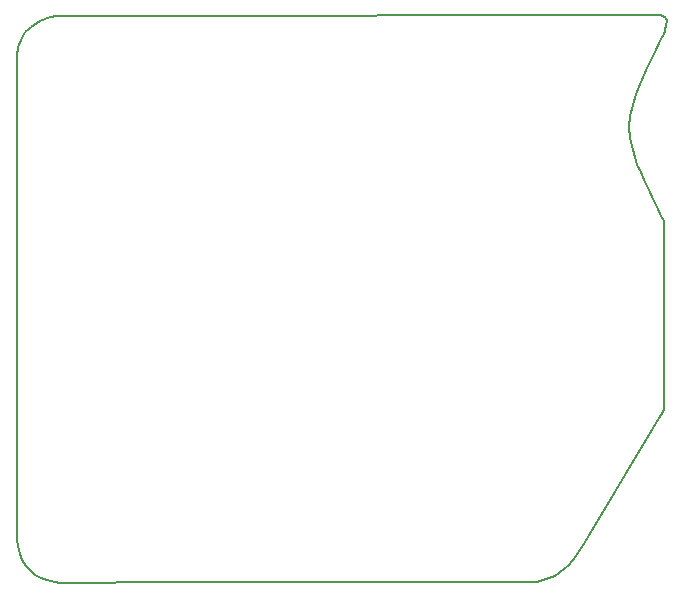
<source format=gbr>
G04 #@! TF.GenerationSoftware,KiCad,Pcbnew,(5.1.2-1)-1*
G04 #@! TF.CreationDate,2019-07-25T11:00:41+03:00*
G04 #@! TF.ProjectId,220_to_5v_charger,3232305f-746f-45f3-9576-5f6368617267,rev?*
G04 #@! TF.SameCoordinates,Original*
G04 #@! TF.FileFunction,Profile,NP*
%FSLAX46Y46*%
G04 Gerber Fmt 4.6, Leading zero omitted, Abs format (unit mm)*
G04 Created by KiCad (PCBNEW (5.1.2-1)-1) date 2019-07-25 11:00:41*
%MOMM*%
%LPD*%
G04 APERTURE LIST*
%ADD10C,0.150000*%
G04 APERTURE END LIST*
D10*
X76050000Y-114900000D02*
X76000000Y-114400000D01*
X76200000Y-115550000D02*
X76050000Y-114900000D01*
X76450000Y-116100000D02*
X76200000Y-115550000D01*
X76750000Y-116600000D02*
X76450000Y-116100000D01*
X77150000Y-117000000D02*
X76750000Y-116600000D01*
X77550000Y-117350000D02*
X77150000Y-117000000D01*
X78050000Y-117600000D02*
X77550000Y-117350000D01*
X78500000Y-117800000D02*
X78050000Y-117600000D01*
X79200000Y-117950000D02*
X78500000Y-117800000D01*
X79650000Y-118000000D02*
X79200000Y-117950000D01*
X89100000Y-117950000D02*
X79650000Y-118000000D01*
X118800000Y-117950000D02*
X89100000Y-117950000D01*
X119300000Y-117950000D02*
X118800000Y-117950000D01*
X120000000Y-117900000D02*
X119300000Y-117950000D01*
X120800000Y-117650000D02*
X120000000Y-117900000D01*
X121500000Y-117400000D02*
X120800000Y-117650000D01*
X122300000Y-116850000D02*
X121500000Y-117400000D01*
X122750000Y-116450000D02*
X122300000Y-116850000D01*
X123300000Y-115750000D02*
X122750000Y-116450000D01*
X123600000Y-115300000D02*
X123300000Y-115750000D01*
X123800000Y-114950000D02*
X123600000Y-115300000D01*
X130350000Y-104050000D02*
X123800000Y-114950000D01*
X130700000Y-103550000D02*
X130350000Y-104050000D01*
X130800000Y-103250000D02*
X130700000Y-103550000D01*
X130750000Y-87400000D02*
X130800000Y-103250000D01*
X130550000Y-86950000D02*
X130750000Y-87400000D01*
X130150000Y-86200000D02*
X130550000Y-86950000D01*
X129950000Y-85700000D02*
X130150000Y-86200000D01*
X129400000Y-84550000D02*
X129950000Y-85700000D01*
X129100000Y-83850000D02*
X129400000Y-84550000D01*
X128800000Y-83250000D02*
X129100000Y-83850000D01*
X128500000Y-82600000D02*
X128800000Y-83250000D01*
X127850000Y-80350000D02*
X128500000Y-82600000D01*
X127800000Y-79400000D02*
X127850000Y-80350000D01*
X127850000Y-78450000D02*
X127800000Y-79400000D01*
X128100000Y-77550000D02*
X127850000Y-78450000D01*
X128400000Y-76650000D02*
X128100000Y-77550000D01*
X128800000Y-75600000D02*
X128400000Y-76650000D01*
X129350000Y-74400000D02*
X128800000Y-75600000D01*
X129900000Y-73200000D02*
X129350000Y-74400000D01*
X130550000Y-71950000D02*
X129900000Y-73200000D01*
X130750000Y-71500000D02*
X130550000Y-71950000D01*
X130850000Y-71250000D02*
X130750000Y-71500000D01*
X130950000Y-70700000D02*
X130850000Y-71250000D01*
X131000000Y-70500000D02*
X130950000Y-70700000D01*
X131000000Y-70400000D02*
X131000000Y-70500000D01*
X130900000Y-70200000D02*
X131000000Y-70400000D01*
X130700000Y-70000000D02*
X130900000Y-70200000D01*
X130400000Y-69900000D02*
X130700000Y-70000000D01*
X82200000Y-70000000D02*
X130400000Y-69900000D01*
X80200000Y-70000000D02*
X82200000Y-70000000D01*
X79900000Y-70000000D02*
X80200000Y-70000000D01*
X79400000Y-70000000D02*
X79900000Y-70000000D01*
X78800000Y-70100000D02*
X79400000Y-70000000D01*
X77900000Y-70400000D02*
X78800000Y-70100000D01*
X77200000Y-70900000D02*
X77900000Y-70400000D01*
X77000000Y-71100000D02*
X77200000Y-70900000D01*
X76700000Y-71400000D02*
X77000000Y-71100000D01*
X76400000Y-71900000D02*
X76700000Y-71400000D01*
X76100000Y-72600000D02*
X76400000Y-71900000D01*
X76000000Y-73400000D02*
X76100000Y-72600000D01*
X76000000Y-114400000D02*
X76000000Y-73400000D01*
M02*

</source>
